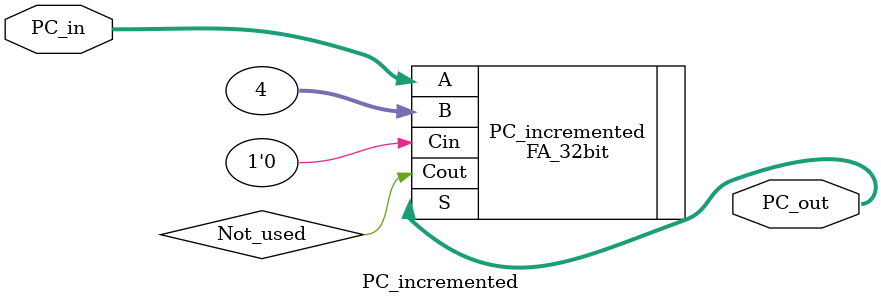
<source format=sv>
module PC_incremented#(parameter N = 32)(
	input logic [N-1:0] PC_in,
	output logic [N-1:0] PC_out
);
logic Not_used;
FA_32bit PC_incremented(
	.A(PC_in),.B(32'h4),.Cin(1'b0),.S(PC_out), .Cout(Not_used)
);
endmodule

</source>
